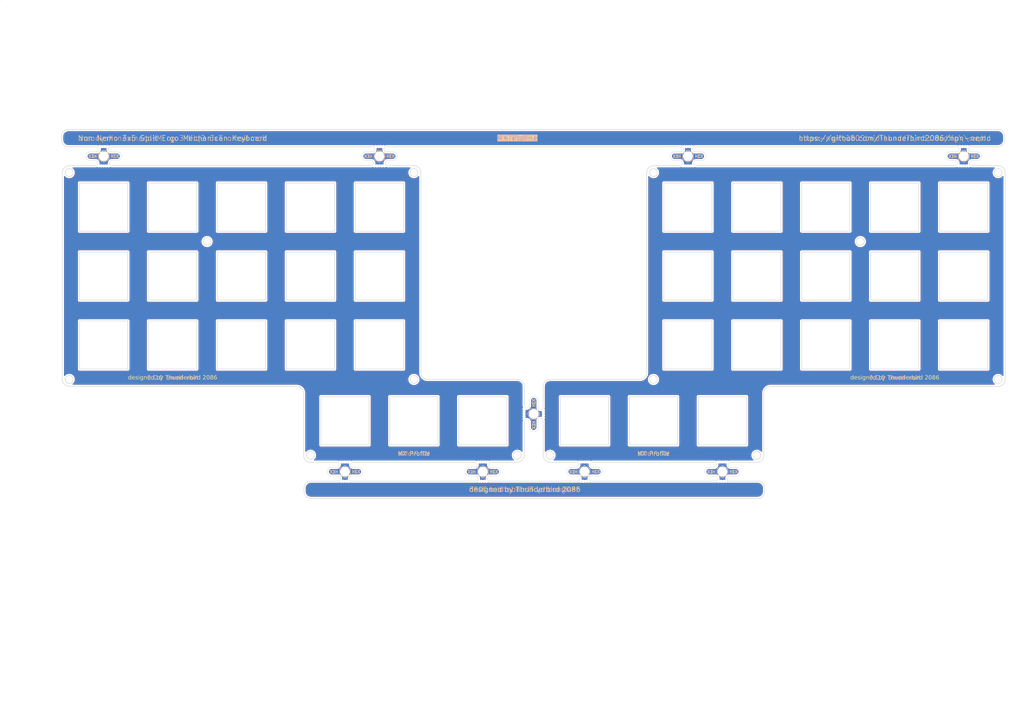
<source format=kicad_pcb>
(kicad_pcb (version 20240108) (generator "pcbnew") (generator_version "8.0")
  (title_block (title "Non Nemo MX Profile Tpo") (date "2025-04-06") (rev "0.2.0") (company "Allen Choi"))
  (layers (0 "F.Cu" signal) (31 "B.Cu" signal) (34 "B.Paste" user) (35 "F.Paste" user) (36 "B.SilkS" user "B.Silkscreen") (37 "F.SilkS" user "F.Silkscreen") (38 "B.Mask" user) (39 "F.Mask" user) (44 "Edge.Cuts" user))
  (net 0 "")
  (net 1 "GND")
  (footprint "mousebites_5p5mm_easysnap" (layer "F.Cu") (at 30 42.5 90)
    (property "Reference" "X6" (hide yes))
    (property "Value" "5.5mm" (hide yes))
    (fp_line (start -4 -3.9) (end -4 -2.4) (stroke (width 0.1)) (layer "Edge.Cuts"))
    (fp_line (start -1.5 -2.03) (end -1.5 -3.9) (stroke (width 0.1)) (layer "Edge.Cuts"))
    (fp_line (start -4 2.4) (end -4 3.9) (stroke (width 0.1)) (layer "Edge.Cuts"))
    (fp_line (start -1.5 3.9) (end -1.5 2.03) (stroke (width 0.1)) (layer "Edge.Cuts"))
    (fp_arc (start -4 -3.9) (mid -2.75 -5.15) (end -1.5 -3.9) (stroke (width 0.1)) (layer "Edge.Cuts"))
    (fp_arc (start -4 -2.4) (mid -4.75 -1.65) (end -5.5 -2.4) (stroke (width 0.1)) (layer "Edge.Cuts"))
    (fp_arc (start 0 -2.03) (mid -0.75 -1.28) (end -1.5 -2.03) (stroke (width 0.1)) (layer "Edge.Cuts"))
    (fp_arc (start -1.5 2.03) (mid -0.75 1.28) (end 0 2.03) (stroke (width 0.1)) (layer "Edge.Cuts"))
    (fp_arc (start -5.5 2.4) (mid -4.75 1.65) (end -4 2.4) (stroke (width 0.1)) (layer "Edge.Cuts"))
    (fp_arc (start -1.5 3.9) (mid -2.75 5.15) (end -4 3.9) (stroke (width 0.1)) (layer "Edge.Cuts"))
    (fp_text user "HEX" (at -2.75 -3.2 0) (layer "B.SilkS") (effects (font (size 0.8 0.8)) (justify mirror)))
    (fp_text user "HEX" (at -2.75 3.2 180) (layer "B.SilkS") (effects (font (size 0.8 0.8)) (justify mirror)))
    (fp_text user "HEX" (at -2.75 3.2 0) (layer "F.SilkS") (effects (font (size 0.8 0.8))))
    (fp_text user "HEX" (at -2.75 -3.2 180) (layer "F.SilkS") (effects (font (size 0.8 0.8))))
    (pad "" np_thru_hole circle (at -5.55 -1.48 270) (size 0.5 0.5) (drill 0.5) (layers "F&B.Cu" "*.Mask"))
    (pad "" np_thru_hole circle (at -5.55 -0.74 270) (size 0.5 0.5) (drill 0.5) (layers "F&B.Cu" "*.Mask"))
    (pad "" np_thru_hole circle (at -5.55 0 270) (size 0.5 0.5) (drill 0.5) (layers "F&B.Cu" "*.Mask"))
    (pad "" np_thru_hole circle (at -5.55 0.74 270) (size 0.5 0.5) (drill 0.5) (layers "F&B.Cu" "*.Mask"))
    (pad "" np_thru_hole circle (at -5.55 1.48 270) (size 0.5 0.5) (drill 0.5) (layers "F&B.Cu" "*.Mask"))
    (pad "" np_thru_hole circle (at -2.75 0 270) (size 2.4 2.4) (drill 2.4) (layers "F&B.Cu" "*.Mask"))
    (pad "" np_thru_hole circle (at 0.05 -1.11 90) (size 0.5 0.5) (drill 0.5) (layers "F&B.Cu" "*.Mask"))
    (pad "" np_thru_hole circle (at 0.05 -0.37 90) (size 0.5 0.5) (drill 0.5) (layers "F&B.Cu" "*.Mask"))
    (pad "" np_thru_hole circle (at 0.05 0.37 90) (size 0.5 0.5) (drill 0.5) (layers "F&B.Cu" "*.Mask"))
    (pad "" np_thru_hole circle (at 0.05 1.11 90) (size 0.5 0.5) (drill 0.5) (layers "F&B.Cu" "*.Mask"))
  )
  (footprint "mousebites_5p5mm_easysnap" (layer "F.Cu") (at 157.5 120)
    (property "Reference" "X1" (hide yes))
    (property "Value" "5.5mm" (hide yes))
    (fp_line (start -4 -3.9) (end -4 -2.4) (stroke (width 0.1)) (layer "Edge.Cuts"))
    (fp_line (start -4 2.4) (end -4 3.9) (stroke (width 0.1)) (layer "Edge.Cuts"))
    (fp_line (start -1.5 -2.03) (end -1.5 -3.9) (stroke (width 0.1)) (layer "Edge.Cuts"))
    (fp_line (start -1.5 3.9) (end -1.5 2.03) (stroke (width 0.1)) (layer "Edge.Cuts"))
    (fp_arc (start -5.5 2.4) (mid -4.75 1.65) (end -4 2.4) (stroke (width 0.1)) (layer "Edge.Cuts"))
    (fp_arc (start -4 -3.9) (mid -2.75 -5.15) (end -1.5 -3.9) (stroke (width 0.1)) (layer "Edge.Cuts"))
    (fp_arc (start -4 -2.4) (mid -4.75 -1.65) (end -5.5 -2.4) (stroke (width 0.1)) (layer "Edge.Cuts"))
    (fp_arc (start -1.5 2.03) (mid -0.75 1.28) (end 0 2.03) (stroke (width 0.1)) (layer "Edge.Cuts"))
    (fp_arc (start -1.5 3.9) (mid -2.75 5.15) (end -4 3.9) (stroke (width 0.1)) (layer "Edge.Cuts"))
    (fp_arc (start 0 -2.03) (mid -0.75 -1.28) (end -1.5 -2.03) (stroke (width 0.1)) (layer "Edge.Cuts"))
    (fp_text user "HEX" (at -2.75 -3.2 -90) (layer "B.SilkS") (effects (font (size 0.8 0.8)) (justify mirror)))
    (fp_text user "HEX" (at -2.75 3.2 90) (layer "B.SilkS") (effects (font (size 0.8 0.8)) (justify mirror)))
    (fp_text user "HEX" (at -2.75 -3.2 90) (layer "F.SilkS") (effects (font (size 0.8 0.8))))
    (fp_text user "HEX" (at -2.75 3.2 -90) (layer "F.SilkS") (effects (font (size 0.8 0.8))))
    (pad "" np_thru_hole circle (at -5.55 -1.48 180) (size 0.5 0.5) (drill 0.5) (layers "F&B.Cu" "*.Mask"))
    (pad "" np_thru_hole circle (at -5.55 -0.74 180) (size 0.5 0.5) (drill 0.5) (layers "F&B.Cu" "*.Mask"))
    (pad "" np_thru_hole circle (at -5.55 0 180) (size 0.5 0.5) (drill 0.5) (layers "F&B.Cu" "*.Mask"))
    (pad "" np_thru_hole circle (at -5.55 0.74 180) (size 0.5 0.5) (drill 0.5) (layers "F&B.Cu" "*.Mask"))
    (pad "" np_thru_hole circle (at -5.55 1.48 180) (size 0.5 0.5) (drill 0.5) (layers "F&B.Cu" "*.Mask"))
    (pad "" np_thru_hole circle (at -2.75 0 180) (size 2.4 2.4) (drill 2.4) (layers "F&B.Cu" "*.Mask"))
    (pad "" np_thru_hole circle (at 0.05 -1.11) (size 0.5 0.5) (drill 0.5) (layers "F&B.Cu" "*.Mask"))
    (pad "" np_thru_hole circle (at 0.05 -0.37) (size 0.5 0.5) (drill 0.5) (layers "F&B.Cu" "*.Mask"))
    (pad "" np_thru_hole circle (at 0.05 0.37) (size 0.5 0.5) (drill 0.5) (layers "F&B.Cu" "*.Mask"))
    (pad "" np_thru_hole circle (at 0.05 1.11) (size 0.5 0.5) (drill 0.5) (layers "F&B.Cu" "*.Mask"))
  )
  (footprint "mousebites_5p5mm_easysnap" (layer "F.Cu") (at 199.5 42.5 90)
    (property "Reference" "X9" (hide yes))
    (property "Value" "5.5mm" (hide yes))
    (fp_line (start -4 -3.9) (end -4 -2.4) (stroke (width 0.1)) (layer "Edge.Cuts"))
    (fp_line (start -1.5 -2.03) (end -1.5 -3.9) (stroke (width 0.1)) (layer "Edge.Cuts"))
    (fp_line (start -4 2.4) (end -4 3.9) (stroke (width 0.1)) (layer "Edge.Cuts"))
    (fp_line (start -1.5 3.9) (end -1.5 2.03) (stroke (width 0.1)) (layer "Edge.Cuts"))
    (fp_arc (start -4 -3.9) (mid -2.75 -5.15) (end -1.5 -3.9) (stroke (width 0.1)) (layer "Edge.Cuts"))
    (fp_arc (start -4 -2.4) (mid -4.75 -1.65) (end -5.5 -2.4) (stroke (width 0.1)) (layer "Edge.Cuts"))
    (fp_arc (start 0 -2.03) (mid -0.75 -1.28) (end -1.5 -2.03) (stroke (width 0.1)) (layer "Edge.Cuts"))
    (fp_arc (start -1.5 2.03) (mid -0.75 1.28) (end 0 2.03) (stroke (width 0.1)) (layer "Edge.Cuts"))
    (fp_arc (start -5.5 2.4) (mid -4.75 1.65) (end -4 2.4) (stroke (width 0.1)) (layer "Edge.Cuts"))
    (fp_arc (start -1.5 3.9) (mid -2.75 5.15) (end -4 3.9) (stroke (width 0.1)) (layer "Edge.Cuts"))
    (fp_text user "HEX" (at -2.75 -3.2 0) (layer "B.SilkS") (effects (font (size 0.8 0.8)) (justify mirror)))
    (fp_text user "HEX" (at -2.75 3.2 180) (layer "B.SilkS") (effects (font (size 0.8 0.8)) (justify mirror)))
    (fp_text user "HEX" (at -2.75 3.2 0) (layer "F.SilkS") (effects (font (size 0.8 0.8))))
    (fp_text user "HEX" (at -2.75 -3.2 180) (layer "F.SilkS") (effects (font (size 0.8 0.8))))
    (pad "" np_thru_hole circle (at -5.55 -1.48 270) (size 0.5 0.5) (drill 0.5) (layers "F&B.Cu" "*.Mask"))
    (pad "" np_thru_hole circle (at -5.55 -0.74 270) (size 0.5 0.5) (drill 0.5) (layers "F&B.Cu" "*.Mask"))
    (pad "" np_thru_hole circle (at -5.55 0 270) (size 0.5 0.5) (drill 0.5) (layers "F&B.Cu" "*.Mask"))
    (pad "" np_thru_hole circle (at -5.55 0.74 270) (size 0.5 0.5) (drill 0.5) (layers "F&B.Cu" "*.Mask"))
    (pad "" np_thru_hole circle (at -5.55 1.48 270) (size 0.5 0.5) (drill 0.5) (layers "F&B.Cu" "*.Mask"))
    (pad "" np_thru_hole circle (at -2.75 0 270) (size 2.4 2.4) (drill 2.4) (layers "F&B.Cu" "*.Mask"))
    (pad "" np_thru_hole circle (at 0.05 -1.11 90) (size 0.5 0.5) (drill 0.5) (layers "F&B.Cu" "*.Mask"))
    (pad "" np_thru_hole circle (at 0.05 -0.37 90) (size 0.5 0.5) (drill 0.5) (layers "F&B.Cu" "*.Mask"))
    (pad "" np_thru_hole circle (at 0.05 0.37 90) (size 0.5 0.5) (drill 0.5) (layers "F&B.Cu" "*.Mask"))
    (pad "" np_thru_hole circle (at 0.05 1.11 90) (size 0.5 0.5) (drill 0.5) (layers "F&B.Cu" "*.Mask"))
  )
  (footprint "mousebites_5p5mm_easysnap" (layer "F.Cu") (at 279.5 42.5 90)
    (property "Reference" "X8" (hide yes))
    (property "Value" "5.5mm" (hide yes))
    (fp_line (start -4 -3.9) (end -4 -2.4) (stroke (width 0.1)) (layer "Edge.Cuts"))
    (fp_line (start -1.5 -2.03) (end -1.5 -3.9) (stroke (width 0.1)) (layer "Edge.Cuts"))
    (fp_line (start -4 2.4) (end -4 3.9) (stroke (width 0.1)) (layer "Edge.Cuts"))
    (fp_line (start -1.5 3.9) (end -1.5 2.03) (stroke (width 0.1)) (layer "Edge.Cuts"))
    (fp_arc (start -4 -3.9) (mid -2.75 -5.15) (end -1.5 -3.9) (stroke (width 0.1)) (layer "Edge.Cuts"))
    (fp_arc (start -4 -2.4) (mid -4.75 -1.65) (end -5.5 -2.4) (stroke (width 0.1)) (layer "Edge.Cuts"))
    (fp_arc (start 0 -2.03) (mid -0.75 -1.28) (end -1.5 -2.03) (stroke (width 0.1)) (layer "Edge.Cuts"))
    (fp_arc (start -1.5 2.03) (mid -0.75 1.28) (end 0 2.03) (stroke (width 0.1)) (layer "Edge.Cuts"))
    (fp_arc (start -5.5 2.4) (mid -4.75 1.65) (end -4 2.4) (stroke (width 0.1)) (layer "Edge.Cuts"))
    (fp_arc (start -1.5 3.9) (mid -2.75 5.15) (end -4 3.9) (stroke (width 0.1)) (layer "Edge.Cuts"))
    (fp_text user "HEX" (at -2.75 -3.2 0) (layer "B.SilkS") (effects (font (size 0.8 0.8)) (justify mirror)))
    (fp_text user "HEX" (at -2.75 3.2 180) (layer "B.SilkS") (effects (font (size 0.8 0.8)) (justify mirror)))
    (fp_text user "HEX" (at -2.75 3.2 0) (layer "F.SilkS") (effects (font (size 0.8 0.8))))
    (fp_text user "HEX" (at -2.75 -3.2 180) (layer "F.SilkS") (effects (font (size 0.8 0.8))))
    (pad "" np_thru_hole circle (at -5.55 -1.48 270) (size 0.5 0.5) (drill 0.5) (layers "F&B.Cu" "*.Mask"))
    (pad "" np_thru_hole circle (at -5.55 -0.74 270) (size 0.5 0.5) (drill 0.5) (layers "F&B.Cu" "*.Mask"))
    (pad "" np_thru_hole circle (at -5.55 0 270) (size 0.5 0.5) (drill 0.5) (layers "F&B.Cu" "*.Mask"))
    (pad "" np_thru_hole circle (at -5.55 0.74 270) (size 0.5 0.5) (drill 0.5) (layers "F&B.Cu" "*.Mask"))
    (pad "" np_thru_hole circle (at -5.55 1.48 270) (size 0.5 0.5) (drill 0.5) (layers "F&B.Cu" "*.Mask"))
    (pad "" np_thru_hole circle (at -2.75 0 270) (size 2.4 2.4) (drill 2.4) (layers "F&B.Cu" "*.Mask"))
    (pad "" np_thru_hole circle (at 0.05 -1.11 90) (size 0.5 0.5) (drill 0.5) (layers "F&B.Cu" "*.Mask"))
    (pad "" np_thru_hole circle (at 0.05 -0.37 90) (size 0.5 0.5) (drill 0.5) (layers "F&B.Cu" "*.Mask"))
    (pad "" np_thru_hole circle (at 0.05 0.37 90) (size 0.5 0.5) (drill 0.5) (layers "F&B.Cu" "*.Mask"))
    (pad "" np_thru_hole circle (at 0.05 1.11 90) (size 0.5 0.5) (drill 0.5) (layers "F&B.Cu" "*.Mask"))
  )
  (footprint "mousebites_5p5mm_easysnap" (layer "F.Cu") (at 209.5 139.5 -90)
    (property "Reference" "X4" (hide yes))
    (property "Value" "5.5mm" (hide yes))
    (fp_line (start -1.5 3.9) (end -1.5 2.03) (stroke (width 0.1)) (layer "Edge.Cuts"))
    (fp_line (start -4 2.4) (end -4 3.9) (stroke (width 0.1)) (layer "Edge.Cuts"))
    (fp_line (start -1.5 -2.03) (end -1.5 -3.9) (stroke (width 0.1)) (layer "Edge.Cuts"))
    (fp_line (start -4 -3.9) (end -4 -2.4) (stroke (width 0.1)) (layer "Edge.Cuts"))
    (fp_arc (start -1.5 3.9) (mid -2.75 5.15) (end -4 3.9) (stroke (width 0.1)) (layer "Edge.Cuts"))
    (fp_arc (start -5.5 2.4) (mid -4.75 1.65) (end -4 2.4) (stroke (width 0.1)) (layer "Edge.Cuts"))
    (fp_arc (start -1.5 2.03) (mid -0.75 1.28) (end 0 2.03) (stroke (width 0.1)) (layer "Edge.Cuts"))
    (fp_arc (start 0 -2.03) (mid -0.75 -1.28) (end -1.5 -2.03) (stroke (width 0.1)) (layer "Edge.Cuts"))
    (fp_arc (start -4 -2.4) (mid -4.75 -1.65) (end -5.5 -2.4) (stroke (width 0.1)) (layer "Edge.Cuts"))
    (fp_arc (start -4 -3.9) (mid -2.75 -5.15) (end -1.5 -3.9) (stroke (width 0.1)) (layer "Edge.Cuts"))
    (fp_text user "HEX" (at -2.75 -3.2 180) (layer "B.SilkS") (effects (font (size 0.8 0.8)) (justify mirror)))
    (fp_text user "HEX" (at -2.75 3.2 0) (layer "B.SilkS") (effects (font (size 0.8 0.8)) (justify mirror)))
    (fp_text user "HEX" (at -2.75 -3.2 0) (layer "F.SilkS") (effects (font (size 0.8 0.8))))
    (fp_text user "HEX" (at -2.75 3.2 180) (layer "F.SilkS") (effects (font (size 0.8 0.8))))
    (pad "" np_thru_hole circle (at -5.55 -1.48 90) (size 0.5 0.5) (drill 0.5) (layers "F&B.Cu" "*.Mask"))
    (pad "" np_thru_hole circle (at -5.55 -0.74 90) (size 0.5 0.5) (drill 0.5) (layers "F&B.Cu" "*.Mask"))
    (pad "" np_thru_hole circle (at -5.55 0 90) (size 0.5 0.5) (drill 0.5) (layers "F&B.Cu" "*.Mask"))
    (pad "" np_thru_hole circle (at -5.55 0.74 90) (size 0.5 0.5) (drill 0.5) (layers "F&B.Cu" "*.Mask"))
    (pad "" np_thru_hole circle (at -5.55 1.48 90) (size 0.5 0.5) (drill 0.5) (layers "F&B.Cu" "*.Mask"))
    (pad "" np_thru_hole circle (at -2.75 0 90) (size 2.4 2.4) (drill 2.4) (layers "F&B.Cu" "*.Mask"))
    (pad "" np_thru_hole circle (at 0.05 -1.11 270) (size 0.5 0.5) (drill 0.5) (layers "F&B.Cu" "*.Mask"))
    (pad "" np_thru_hole circle (at 0.05 -0.37 270) (size 0.5 0.5) (drill 0.5) (layers "F&B.Cu" "*.Mask"))
    (pad "" np_thru_hole circle (at 0.05 0.37 270) (size 0.5 0.5) (drill 0.5) (layers "F&B.Cu" "*.Mask"))
    (pad "" np_thru_hole circle (at 0.05 1.11 270) (size 0.5 0.5) (drill 0.5) (layers "F&B.Cu" "*.Mask"))
  )
  (footprint "mousebites_5p5mm_easysnap" (layer "F.Cu") (at 140 139.5 -90)
    (property "Reference" "X3" (hide yes))
    (property "Value" "5.5mm" (hide yes))
    (fp_line (start -1.5 3.9) (end -1.5 2.03) (stroke (width 0.1)) (layer "Edge.Cuts"))
    (fp_line (start -4 2.4) (end -4 3.9) (stroke (width 0.1)) (layer "Edge.Cuts"))
    (fp_line (start -1.5 -2.03) (end -1.5 -3.9) (stroke (width 0.1)) (layer "Edge.Cuts"))
    (fp_line (start -4 -3.9) (end -4 -2.4) (stroke (width 0.1)) (layer "Edge.Cuts"))
    (fp_arc (start -1.5 3.9) (mid -2.75 5.15) (end -4 3.9) (stroke (width 0.1)) (layer "Edge.Cuts"))
    (fp_arc (start -5.5 2.4) (mid -4.75 1.65) (end -4 2.4) (stroke (width 0.1)) (layer "Edge.Cuts"))
    (fp_arc (start -1.5 2.03) (mid -0.75 1.28) (end 0 2.03) (stroke (width 0.1)) (layer "Edge.Cuts"))
    (fp_arc (start 0 -2.03) (mid -0.75 -1.28) (end -1.5 -2.03) (stroke (width 0.1)) (layer "Edge.Cuts"))
    (fp_arc (start -4 -2.4) (mid -4.75 -1.65) (end -5.5 -2.4) (stroke (width 0.1)) (layer "Edge.Cuts"))
    (fp_arc (start -4 -3.9) (mid -2.75 -5.15) (end -1.5 -3.9) (stroke (width 0.1)) (layer "Edge.Cuts"))
    (fp_text user "HEX" (at -2.75 3.2 0) (layer "B.SilkS") (effects (font (size 0.8 0.8)) (justify mirror)))
    (fp_text user "HEX" (at -2.75 -3.2 180) (layer "B.SilkS") (effects (font (size 0.8 0.8)) (justify mirror)))
    (fp_text user "HEX" (at -2.75 3.2 180) (layer "F.SilkS") (effects (font (size 0.8 0.8))))
    (fp_text user "HEX" (at -2.75 -3.2 0) (layer "F.SilkS") (effects (font (size 0.8 0.8))))
    (pad "" np_thru_hole circle (at -5.55 -1.48 90) (size 0.5 0.5) (drill 0.5) (layers "F&B.Cu" "*.Mask"))
    (pad "" np_thru_hole circle (at -5.55 -0.74 90) (size 0.5 0.5) (drill 0.5) (layers "F&B.Cu" "*.Mask"))
    (pad "" np_thru_hole circle (at -5.55 0 90) (size 0.5 0.5) (drill 0.5) (layers "F&B.Cu" "*.Mask"))
    (pad "" np_thru_hole circle (at -5.55 0.74 90) (size 0.5 0.5) (drill 0.5) (layers "F&B.Cu" "*.Mask"))
    (pad "" np_thru_hole circle (at -5.55 1.48 90) (size 0.5 0.5) (drill 0.5) (layers "F&B.Cu" "*.Mask"))
    (pad "" np_thru_hole circle (at -2.75 0 90) (size 2.4 2.4) (drill 2.4) (layers "F&B.Cu" "*.Mask"))
    (pad "" np_thru_hole circle (at 0.05 -1.11 270) (size 0.5 0.5) (drill 0.5) (layers "F&B.Cu" "*.Mask"))
    (pad "" np_thru_hole circle (at 0.05 -0.37 270) (size 0.5 0.5) (drill 0.5) (layers "F&B.Cu" "*.Mask"))
    (pad "" np_thru_hole circle (at 0.05 0.37 270) (size 0.5 0.5) (drill 0.5) (layers "F&B.Cu" "*.Mask"))
    (pad "" np_thru_hole circle (at 0.05 1.11 270) (size 0.5 0.5) (drill 0.5) (layers "F&B.Cu" "*.Mask"))
  )
  (footprint "mousebites_5p5mm_easysnap" (layer "F.Cu") (at 110 42.5 90)
    (property "Reference" "X7" (hide yes))
    (property "Value" "5.5mm" (hide yes))
    (fp_line (start -4 -3.9) (end -4 -2.4) (stroke (width 0.1)) (layer "Edge.Cuts"))
    (fp_line (start -1.5 -2.03) (end -1.5 -3.9) (stroke (width 0.1)) (layer "Edge.Cuts"))
    (fp_line (start -4 2.4) (end -4 3.9) (stroke (width 0.1)) (layer "Edge.Cuts"))
    (fp_line (start -1.5 3.9) (end -1.5 2.03) (stroke (width 0.1)) (layer "Edge.Cuts"))
    (fp_arc (start -4 -3.9) (mid -2.75 -5.15) (end -1.5 -3.9) (stroke (width 0.1)) (layer "Edge.Cuts"))
    (fp_arc (start -4 -2.4) (mid -4.75 -1.65) (end -5.5 -2.4) (stroke (width 0.1)) (layer "Edge.Cuts"))
    (fp_arc (start 0 -2.03) (mid -0.75 -1.28) (end -1.5 -2.03) (stroke (width 0.1)) (layer "Edge.Cuts"))
    (fp_arc (start -1.5 2.03) (mid -0.75 1.28) (end 0 2.03) (stroke (width 0.1)) (layer "Edge.Cuts"))
    (fp_arc (start -5.5 2.4) (mid -4.75 1.65) (end -4 2.4) (stroke (width 0.1)) (layer "Edge.Cuts"))
    (fp_arc (start -1.5 3.9) (mid -2.75 5.15) (end -4 3.9) (stroke (width 0.1)) (layer "Edge.Cuts"))
    (fp_text user "HEX" (at -2.75 3.2 180) (layer "B.SilkS") (effects (font (size 0.8 0.8)) (justify mirror)))
    (fp_text user "HEX" (at -2.75 -3.2 0) (layer "B.SilkS") (effects (font (size 0.8 0.8)) (justify mirror)))
    (fp_text user "HEX" (at -2.75 3.2 0) (layer "F.SilkS") (effects (font (size 0.8 0.8))))
    (fp_text user "HEX" (at -2.75 -3.2 180) (layer "F.SilkS") (effects (font (size 0.8 0.8))))
    (pad "" np_thru_hole circle (at -5.55 -1.48 270) (size 0.5 0.5) (drill 0.5) (layers "F&B.Cu" "*.Mask"))
    (pad "" np_thru_hole circle (at -5.55 -0.74 270) (size 0.5 0.5) (drill 0.5) (layers "F&B.Cu" "*.Mask"))
    (pad "" np_thru_hole circle (at -5.55 0 270) (size 0.5 0.5) (drill 0.5) (layers "F&B.Cu" "*.Mask"))
    (pad "" np_thru_hole circle (at -5.55 0.74 270) (size 0.5 0.5) (drill 0.5) (layers "F&B.Cu" "*.Mask"))
    (pad "" np_thru_hole circle (at -5.55 1.48 270) (size 0.5 0.5) (drill 0.5) (layers "F&B.Cu" "*.Mask"))
    (pad "" np_thru_hole circle (at -2.75 0 270) (size 2.4 2.4) (drill 2.4) (layers "F&B.Cu" "*.Mask"))
    (pad "" np_thru_hole circle (at 0.05 -1.11 90) (size 0.5 0.5) (drill 0.5) (layers "F&B.Cu" "*.Mask"))
    (pad "" np_thru_hole circle (at 0.05 -0.37 90) (size 0.5 0.5) (drill 0.5) (layers "F&B.Cu" "*.Mask"))
    (pad "" np_thru_hole circle (at 0.05 0.37 90) (size 0.5 0.5) (drill 0.5) (layers "F&B.Cu" "*.Mask"))
    (pad "" np_thru_hole circle (at 0.05 1.11 90) (size 0.5 0.5) (drill 0.5) (layers "F&B.Cu" "*.Mask"))
  )
  (footprint "mousebites_5p5mm_easysnap" (layer "F.Cu") (at 100 139.5 -90)
    (property "Reference" "X2" (hide yes))
    (property "Value" "5.5mm" (hide yes))
    (fp_line (start -1.5 3.9) (end -1.5 2.03) (stroke (width 0.1)) (layer "Edge.Cuts"))
    (fp_line (start -4 2.4) (end -4 3.9) (stroke (width 0.1)) (layer "Edge.Cuts"))
    (fp_line (start -1.5 -2.03) (end -1.5 -3.9) (stroke (width 0.1)) (layer "Edge.Cuts"))
    (fp_line (start -4 -3.9) (end -4 -2.4) (stroke (width 0.1)) (layer "Edge.Cuts"))
    (fp_arc (start -1.5 3.9) (mid -2.75 5.15) (end -4 3.9) (stroke (width 0.1)) (layer "Edge.Cuts"))
    (fp_arc (start -5.5 2.4) (mid -4.75 1.65) (end -4 2.4) (stroke (width 0.1)) (layer "Edge.Cuts"))
    (fp_arc (start -1.5 2.03) (mid -0.75 1.28) (end 0 2.03) (stroke (width 0.1)) (layer "Edge.Cuts"))
    (fp_arc (start 0 -2.03) (mid -0.75 -1.28) (end -1.5 -2.03) (stroke (width 0.1)) (layer "Edge.Cuts"))
    (fp_arc (start -4 -2.4) (mid -4.75 -1.65) (end -5.5 -2.4) (stroke (width 0.1)) (layer "Edge.Cuts"))
    (fp_arc (start -4 -3.9) (mid -2.75 -5.15) (end -1.5 -3.9) (stroke (width 0.1)) (layer "Edge.Cuts"))
    (fp_text user "HEX" (at -2.75 -3.2 180) (layer "B.SilkS") (effects (font (size 0.8 0.8)) (justify mirror)))
    (fp_text user "HEX" (at -2.75 3.2 0) (layer "B.SilkS") (effects (font (size 0.8 0.8)) (justify mirror)))
    (fp_text user "HEX" (at -2.75 3.2 180) (layer "F.SilkS") (effects (font (size 0.8 0.8))))
    (fp_text user "HEX" (at -2.75 -3.2 0) (layer "F.SilkS") (effects (font (size 0.8 0.8))))
    (pad "" np_thru_hole circle (at -5.55 -1.48 90) (size 0.5 0.5) (drill 0.5) (layers "F&B.Cu" "*.Mask"))
    (pad "" np_thru_hole circle (at -5.55 -0.74 90) (size 0.5 0.5) (drill 0.5) (layers "F&B.Cu" "*.Mask"))
    (pad "" np_thru_hole circle (at -5.55 0 90) (size 0.5 0.5) (drill 0.5) (layers "F&B.Cu" "*.Mask"))
    (pad "" np_thru_hole circle (at -5.55 0.74 90) (size 0.5 0.5) (drill 0.5) (layers "F&B.Cu" "*.Mask"))
    (pad "" np_thru_hole circle (at -5.55 1.48 90) (size 0.5 0.5) (drill 0.5) (layers "F&B.Cu" "*.Mask"))
    (pad "" np_thru_hole circle (at -2.75 0 90) (size 2.4 2.4) (drill 2.4) (layers "F&B.Cu" "*.Mask"))
    (pad "" np_thru_hole circle (at 0.05 -1.11 270) (size 0.5 0.5) (drill 0.5) (layers "F&B.Cu" "*.Mask"))
    (pad "" np_thru_hole circle (at 0.05 -0.37 270) (size 0.5 0.5) (drill 0.5) (layers "F&B.Cu" "*.Mask"))
    (pad "" np_thru_hole circle (at 0.05 0.37 270) (size 0.5 0.5) (drill 0.5) (layers "F&B.Cu" "*.Mask"))
    (pad "" np_thru_hole circle (at 0.05 1.11 270) (size 0.5 0.5) (drill 0.5) (layers "F&B.Cu" "*.Mask"))
  )
  (footprint "mousebites_5p5mm_easysnap" (layer "F.Cu") (at 169.5 139.5 -90)
    (property "Reference" "X5" (hide yes))
    (property "Value" "5.5mm" (hide yes))
    (fp_line (start -1.5 3.9) (end -1.5 2.03) (stroke (width 0.1)) (layer "Edge.Cuts"))
    (fp_line (start -4 2.4) (end -4 3.9) (stroke (width 0.1)) (layer "Edge.Cuts"))
    (fp_line (start -1.5 -2.03) (end -1.5 -3.9) (stroke (width 0.1)) (layer "Edge.Cuts"))
    (fp_line (start -4 -3.9) (end -4 -2.4) (stroke (width 0.1)) (layer "Edge.Cuts"))
    (fp_arc (start -1.5 3.9) (mid -2.75 5.15) (end -4 3.9) (stroke (width 0.1)) (layer "Edge.Cuts"))
    (fp_arc (start -5.5 2.4) (mid -4.75 1.65) (end -4 2.4) (stroke (width 0.1)) (layer "Edge.Cuts"))
    (fp_arc (start -1.5 2.03) (mid -0.75 1.28) (end 0 2.03) (stroke (width 0.1)) (layer "Edge.Cuts"))
    (fp_arc (start 0 -2.03) (mid -0.75 -1.28) (end -1.5 -2.03) (stroke (width 0.1)) (layer "Edge.Cuts"))
    (fp_arc (start -4 -2.4) (mid -4.75 -1.65) (end -5.5 -2.4) (stroke (width 0.1)) (layer "Edge.Cuts"))
    (fp_arc (start -4 -3.9) (mid -2.75 -5.15) (end -1.5 -3.9) (stroke (width 0.1)) (layer "Edge.Cuts"))
    (fp_text user "HEX" (at -2.75 3.2 0) (layer "B.SilkS") (effects (font (size 0.8 0.8)) (justify mirror)))
    (fp_text user "HEX" (at -2.75 -3.2 180) (layer "B.SilkS") (effects (font (size 0.8 0.8)) (justify mirror)))
    (fp_text user "HEX" (at -2.75 3.2 180) (layer "F.SilkS") (effects (font (size 0.8 0.8))))
    (fp_text user "HEX" (at -2.75 -3.2 0) (layer "F.SilkS") (effects (font (size 0.8 0.8))))
    (pad "" np_thru_hole circle (at -5.55 -1.48 90) (size 0.5 0.5) (drill 0.5) (layers "F&B.Cu" "*.Mask"))
    (pad "" np_thru_hole circle (at -5.55 -0.74 90) (size 0.5 0.5) (drill 0.5) (layers "F&B.Cu" "*.Mask"))
    (pad "" np_thru_hole circle (at -5.55 0 90) (size 0.5 0.5) (drill 0.5) (layers "F&B.Cu" "*.Mask"))
    (pad "" np_thru_hole circle (at -5.55 0.74 90) (size 0.5 0.5) (drill 0.5) (layers "F&B.Cu" "*.Mask"))
    (pad "" np_thru_hole circle (at -5.55 1.48 90) (size 0.5 0.5) (drill 0.5) (layers "F&B.Cu" "*.Mask"))
    (pad "" np_thru_hole circle (at -2.75 0 90) (size 2.4 2.4) (drill 2.4) (layers "F&B.Cu" "*.Mask"))
    (pad "" np_thru_hole circle (at 0.05 -1.11 270) (size 0.5 0.5) (drill 0.5) (layers "F&B.Cu" "*.Mask"))
    (pad "" np_thru_hole circle (at 0.05 -0.37 270) (size 0.5 0.5) (drill 0.5) (layers "F&B.Cu" "*.Mask"))
    (pad "" np_thru_hole circle (at 0.05 0.37 270) (size 0.5 0.5) (drill 0.5) (layers "F&B.Cu" "*.Mask"))
    (pad "" np_thru_hole circle (at 0.05 1.11 270) (size 0.5 0.5) (drill 0.5) (layers "F&B.Cu" "*.Mask"))
  )
  (gr_line (start 176.5 115) (end 162.5 115) (stroke (width 0.15)) (layer "Edge.Cuts"))
  (gr_line (start 88 114) (end 88 132) (stroke (width 0.15)) (layer "Edge.Cuts"))
  (gr_line (start 192.5 107) (end 206.5 107) (stroke (width 0.15)) (layer "Edge.Cuts"))
  (gr_line (start 57 93) (end 43 93) (stroke (width 0.15)) (layer "Edge.Cuts"))
  (gr_line (start 63 93) (end 63 107) (stroke (width 0.15)) (layer "Edge.Cuts"))
  (gr_line (start 212.5 53) (end 212.5 67) (stroke (width 0.15)) (layer "Edge.Cuts"))
  (gr_line (start 206.5 87) (end 206.5 73) (stroke (width 0.15)) (layer "Edge.Cuts"))
  (gr_line (start 157.5 112) (end 157.5 117.97) (stroke (width 0.15)) (layer "Edge.Cuts"))
  (gr_line (start 221.5 132) (end 221.5 114) (stroke (width 0.15)) (layer "Edge.Cuts"))
  (gr_line (start 207.1 134) (end 171.9 134) (stroke (width 0.15)) (layer "Edge.Cuts"))
  (gr_line (start 232.5 93) (end 232.5 107) (stroke (width 0.15)) (layer "Edge.Cuts"))
  (gr_line (start 103 53) (end 103 67) (stroke (width 0.15)) (layer "Edge.Cuts"))
  (gr_line (start 252.5 93) (end 252.5 107) (stroke (width 0.15)) (layer "Edge.Cuts"))
  (gr_circle (center 120 50) (end 121.15 50) (stroke (width 0.15)) (fill none) (layer "Edge.Cuts"))
  (gr_line (start 57 67) (end 57 53) (stroke (width 0.15)) (layer "Edge.Cuts"))
  (gr_line (start 23 53) (end 23 67) (stroke (width 0.15)) (layer "Edge.Cuts"))
  (gr_line (start 0 0) (end 0 0) (stroke (width 0.15)) (layer "Edge.Cuts"))
  (gr_line (start 212.5 67) (end 226.5 67) (stroke (width 0.15)) (layer "Edge.Cuts"))
  (gr_line (start 83 107) (end 97 107) (stroke (width 0.15)) (layer "Edge.Cuts"))
  (gr_line (start 63 87) (end 77 87) (stroke (width 0.15)) (layer "Edge.Cuts"))
  (gr_line (start 127 129) (end 127 115) (stroke (width 0.15)) (layer "Edge.Cuts"))
  (gr_circle (center 289.5 110) (end 290.65 110) (stroke (width 0.15)) (fill none) (layer "Edge.Cuts"))
  (gr_line (start 63 67) (end 77 67) (stroke (width 0.15)) (layer "Edge.Cuts"))
  (gr_line (start 90.133 139.5) (end 97.97 139.5) (stroke (width 0.15)) (layer "Edge.Cuts"))
  (gr_line (start 216.5 129) (end 216.5 115) (stroke (width 0.15)) (layer "Edge.Cuts"))
  (gr_line (start 176.5 129) (end 176.5 115) (stroke (width 0.15)) (layer "Edge.Cuts"))
  (gr_circle (center 159.5 132) (end 160.65 132) (stroke (width 0.15)) (fill none) (layer "Edge.Cuts"))
  (gr_line (start 192.5 53) (end 192.5 67) (stroke (width 0.15)) (layer "Edge.Cuts"))
  (gr_line (start 117 53) (end 103 53) (stroke (width 0.15)) (layer "Edge.Cuts"))
  (gr_line (start 252.5 67) (end 266.5 67) (stroke (width 0.15)) (layer "Edge.Cuts"))
  (gr_line (start 103 87) (end 117 87) (stroke (width 0.15)) (layer "Edge.Cuts"))
  (gr_line (start 43 73) (end 43 87) (stroke (width 0.15)) (layer "Edge.Cuts"))
  (gr_circle (center 189.5 110) (end 190.65 110) (stroke (width 0.15)) (fill none) (layer "Edge.Cuts"))
  (gr_arc (start 90.133 144.5) (mid 88.718786 143.914214) (end 88.133 142.5) (stroke (width 0.15)) (layer "Edge.Cuts"))
  (gr_line (start 272.5 87) (end 286.5 87) (stroke (width 0.15)) (layer "Edge.Cuts"))
  (gr_line (start 43 87) (end 57 87) (stroke (width 0.15)) (layer "Edge.Cuts"))
  (gr_line (start 223.5 112) (end 289.5 112) (stroke (width 0.15)) (layer "Edge.Cuts"))
  (gr_line (start 150 134) (end 142.4 134) (stroke (width 0.15)) (layer "Edge.Cuts"))
  (gr_line (start 232.5 53) (end 232.5 67) (stroke (width 0.15)) (layer "Edge.Cuts"))
  (gr_line (start 120 48) (end 112.4 48) (stroke (width 0.15)) (layer "Edge.Cuts"))
  (gr_line (start 182.5 115) (end 182.5 129) (stroke (width 0.15)) (layer "Edge.Cuts"))
  (gr_line (start 196.5 115) (end 182.5 115) (stroke (width 0.15)) (layer "Edge.Cuts"))
  (gr_line (start 232.5 73) (end 232.5 87) (stroke (width 0.15)) (layer "Edge.Cuts"))
  (gr_arc (start 159.5 134) (mid 158.085786 133.414214) (end 157.5 132) (stroke (width 0.15)) (layer "Edge.Cuts"))
  (gr_line (start 93 115) (end 93 129) (stroke (width 0.15)) (layer "Edge.Cuts"))
  (gr_line (start 192.5 73) (end 192.5 87) (stroke (width 0.15)) (layer "Edge.Cuts"))
  (gr_line (start 291.4 40.5) (end 291.4 39.5) (stroke (width 0.15)) (layer "Edge.Cuts"))
  (gr_line (start 197.1 48) (end 189.5 48) (stroke (width 0.15)) (layer "Edge.Cuts"))
  (gr_line (start 226.5 73) (end 212.5 73) (stroke (width 0.15)) (layer "Edge.Cuts"))
  (gr_line (start 246.5 67) (end 246.5 53) (stroke (width 0.15)) (layer "Edge.Cuts"))
  (gr_line (start 219.733 139.5) (end 211.53 139.5) (stroke (width 0.15)) (layer "Edge.Cuts"))
  (gr_line (start 272.5 93) (end 272.5 107) (stroke (width 0.15)) (layer "Edge.Cuts"))
  (gr_arc (start 90 134) (mid 88.585786 133.414214) (end 88 132) (stroke (width 0.15)) (layer "Edge.Cuts"))
  (gr_line (start 206.5 67) (end 206.5 53) (stroke (width 0.15)) (layer "Edge.Cuts"))
  (gr_line (start 43 53) (end 43 67) (stroke (width 0.15)) (layer "Edge.Cuts"))
  (gr_line (start 281.9 48) (end 289.5 48) (stroke (width 0.15)) (layer "Edge.Cuts"))
  (gr_line (start 272.5 53) (end 272.5 67) (stroke (width 0.15)) (layer "Edge.Cuts"))
  (gr_arc (start 289.5 48) (mid 290.914214 48.585786) (end 291.5 50) (stroke (width 0.15)) (layer "Edge.Cuts"))
  (gr_line (start 117 107) (end 117 93) (stroke (width 0.15)) (layer "Edge.Cuts"))
  (gr_arc (start 20 112) (mid 18.585786 111.414214) (end 18 110) (stroke (width 0.15)) (layer "Edge.Cuts"))
  (gr_line (start 286.5 93) (end 272.5 93) (stroke (width 0.15)) (layer "Edge.Cuts"))
  (gr_line (start 103 67) (end 117 67) (stroke (width 0.15)) (layer "Edge.Cuts"))
  (gr_line (start 127 115) (end 113 115) (stroke (width 0.15)) (layer "Edge.Cuts"))
  (gr_line (start 246.5 73) (end 232.5 73) (stroke (width 0.15)) (layer "Edge.Cuts"))
  (gr_arc (start 17.8 39.5) (mid 18.385786 38.085786) (end 19.8 37.5) (stroke (width 0.15)) (layer "Edge.Cuts"))
  (gr_line (start 202.5 129) (end 216.5 129) (stroke (width 0.15)) (layer "Edge.Cuts"))
  (gr_line (start 252.5 73) (end 252.5 87) (stroke (width 0.15)) (layer "Edge.Cuts"))
  (gr_line (start 122 108) (end 122 50) (stroke (width 0.15)) (layer "Edge.Cuts"))
  (gr_line (start 97 107) (end 97 93) (stroke (width 0.15)) (layer "Edge.Cuts"))
  (gr_line (start 226.5 87) (end 226.5 73) (stroke (width 0.15)) (layer "Edge.Cuts"))
  (gr_line (start 133 129) (end 147 129) (stroke (width 0.15)) (layer "Edge.Cuts"))
  (gr_line (start 226.5 53) (end 212.5 53) (stroke (width 0.15)) (layer "Edge.Cuts"))
  (gr_line (start 103 93) (end 103 107) (stroke (width 0.15)) (layer "Edge.Cuts"))
  (gr_arc (start 18 50) (mid 18.585786 48.585786) (end 20 48) (stroke (width 0.15)) (layer "Edge.Cuts"))
  (gr_line (start 212.5 87) (end 226.5 87) (stroke (width 0.15)) (layer "Edge.Cuts"))
  (gr_line (start 133 115) (end 133 129) (stroke (width 0.15)) (layer "Edge.Cuts"))
  (gr_line (start 117 67) (end 117 53) (stroke (width 0.15)) (layer "Edge.Cuts"))
  (gr_circle (center 20 110) (end 21.15 110) (stroke (width 0.15)) (fill none) (layer "Edge.Cuts"))
  (gr_line (start 117 87) (end 117 73) (stroke (width 0.15)) (layer "Edge.Cuts"))
  (gr_line (start 83 93) (end 83 107) (stroke (width 0.15)) (layer "Edge.Cuts"))
  (gr_line (start 32.03 42.5) (end 107.97 42.5) (stroke (width 0.15)) (layer "Edge.Cuts"))
  (gr_line (start 211.9 134) (end 219.5 134) (stroke (width 0.15)) (layer "Edge.Cuts"))
  (gr_line (start 83 87) (end 97 87) (stroke (width 0.15)) (layer "Edge.Cuts"))
  (gr_line (start 226.5 93) (end 212.5 93) (stroke (width 0.15)) (layer "Edge.Cuts"))
  (gr_line (start 277.47 42.5) (end 201.53 42.5) (stroke (width 0.15)) (layer "Edge.Cuts"))
  (gr_line (start 266.5 107) (end 266.5 93) (stroke (width 0.15)) (layer "Edge.Cuts"))
  (gr_line (start 266.5 93) (end 252.5 93) (stroke (width 0.15)) (layer "Edge.Cuts"))
  (gr_line (start 246.5 93) (end 232.5 93) (stroke (width 0.15)) (layer "Edge.Cuts"))
  (gr_line (start 147 115) (end 133 115) (stroke (width 0.15)) (layer "Edge.Cuts"))
  (gr_arc (start 150 110) (mid 151.414214 110.585786) (end 152 112) (stroke (width 0.15)) (layer "Edge.Cuts"))
  (gr_arc (start 157.5 112) (mid 158.085786 110.585786) (end 159.5 110) (stroke (width 0.15)) (layer "Edge.Cuts"))
  (gr_line (start 142.03 139.5) (end 167.47 139.5) (stroke (width 0.15)) (layer "Edge.Cuts"))
  (gr_line (start 266.5 67) (end 266.5 53) (stroke (width 0.15)) (layer "Edge.Cuts"))
  (gr_arc (start 291.4 40.5) (mid 290.814214 41.914214) (end 289.4 42.5) (stroke (width 0.15)) (layer "Edge.Cuts"))
  (gr_line (start 246.5 107) (end 246.5 93) (stroke (width 0.15)) (layer "Edge.Cuts"))
  (gr_line (start 88.133 141.5) (end 88.133 142.5) (stroke (width 0.15)) (layer "Edge.Cuts"))
  (gr_line (start 162.5 115) (end 162.5 129) (stroke (width 0.15)) (layer "Edge.Cuts"))
  (gr_line (start 37 93) (end 23 93) (stroke (width 0.15)) (layer "Edge.Cuts"))
  (gr_line (start 167.1 134) (end 159.5 134) (stroke (width 0.15)) (layer "Edge.Cuts"))
  (gr_line (start 102.4 134) (end 137.6 134) (stroke (width 0.15)) (layer "Edge.Cuts"))
  (gr_line (start 37 53) (end 23 53) (stroke (width 0.15)) (layer "Edge.Cuts"))
  (gr_line (start 43 93) (end 43 107) (stroke (width 0.15)) (layer "Edge.Cuts"))
  (gr_arc (start 221.5 114) (mid 222.085786 112.585786) (end 223.5 112) (stroke (width 0.15)) (layer "Edge.Cuts"))
  (gr_line (start 286.5 87) (end 286.5 73) (stroke (width 0.15)) (layer "Edge.Cuts"))
  (gr_line (start 216.5 115) (end 202.5 115) (stroke (width 0.15)) (layer "Edge.Cuts"))
  (gr_line (start 201.9 48) (end 277.1 48) (stroke (width 0.15)) (layer "Edge.Cuts"))
  (gr_line (start 232.5 107) (end 246.5 107) (stroke (width 0.15)) (layer "Edge.Cuts"))
  (gr_line (start 20 48) (end 27.6 48) (stroke (width 0.15)) (layer "Edge.Cuts"))
  (gr_line (start 102.03 139.5) (end 137.97 139.5) (stroke (width 0.15)) (layer "Edge.Cuts"))
  (gr_line (start 23 73) (end 23 87) (stroke (width 0.15)) (layer "Edge.Cuts"))
  (gr_line (start 266.5 73) (end 252.5 73) (stroke (width 0.15)) (layer "Edge.Cuts"))
  (gr_line (start 0 0) (end 0 0) (stroke (width 0.15)) (layer "Edge.Cuts"))
  (gr_line (start 187.5 108) (end 187.5 50) (stroke (width 0.15)) (layer "Edge.Cuts"))
  (gr_line (start 272.5 67) (end 286.5 67) (stroke (width 0.15)) (layer "Edge.Cuts"))
  (gr_line (start 83 53) (end 83 67) (stroke (width 0.15)) (layer "Edge.Cuts"))
  (gr_line (start 221.733 142.5) (end 221.733 141.5) (stroke (width 0.15)) (layer "Edge.Cuts"))
  (gr_line (start 124 110) (end 150 110) (stroke (width 0.15)) (layer "Edge.Cuts"))
  (gr_line (start 37 87) (end 37 73) (stroke (width 0.15)) (layer "Edge.Cuts"))
  (gr_line (start 97 93) (end 83 93) (stroke (width 0.15)) (layer "Edge.Cuts"))
  (gr_arc (start 289.4 37.5) (mid 290.814214 38.085786) (end 291.4 39.5) (stroke (width 0.15)) (layer "Edge.Cuts"))
  (gr_circle (center 20 50) (end 21.15 50) (stroke (width 0.15)) (fill none) (layer "Edge.Cuts"))
  (gr_line (start 291.5 110) (end 291.5 50) (stroke (width 0.15)) (layer "Edge.Cuts"))
  (gr_line (start 289.4 37.5) (end 19.8 37.5) (stroke (width 0.15)) (layer "Edge.Cuts"))
  (gr_line (start 97 73) (end 83 73) (stroke (width 0.15)) (layer "Edge.Cuts"))
  (gr_arc (start 19.8 42.5) (mid 18.385786 41.914214) (end 17.8 40.5) (stroke (width 0.15)) (layer "Edge.Cuts"))
  (gr_line (start 90 134) (end 97.6 134) (stroke (width 0.15)) (layer "Edge.Cuts"))
  (gr_line (start 17.8 39.5) (end 17.8 40.5) (stroke (width 0.15)) (layer "Edge.Cuts"))
  (gr_line (start 192.5 67) (end 206.5 67) (stroke (width 0.15)) (layer "Edge.Cuts"))
  (gr_line (start 192.5 93) (end 192.5 107) (stroke (width 0.15)) (layer "Edge.Cuts"))
  (gr_line (start 20 112) (end 86 112) (stroke (width 0.15)) (layer "Edge.Cuts"))
  (gr_line (start 212.5 93) (end 212.5 107) (stroke (width 0.15)) (layer "Edge.Cuts"))
  (gr_line (start 212.5 73) (end 212.5 87) (stroke (width 0.15)) (layer "Edge.Cuts"))
  (gr_line (start 0 0) (end 0 0) (stroke (width 0.15)) (layer "Edge.Cuts"))
  (gr_arc (start 120 48) (mid 121.414214 48.585786) (end 122 50) (stroke (width 0.15)) (layer "Edge.Cuts"))
  (gr_line (start 57 73) (end 43 73) (stroke (width 0.15)) (layer "Edge.Cuts"))
  (gr_line (start 196.5 129) (end 196.5 115) (stroke (width 0.15)) (layer "Edge.Cuts"))
  (gr_arc (start 88.133 141.5) (mid 88.718786 140.085786) (end 90.133 139.5) (stroke (width 0.15)) (layer "Edge.Cuts"))
  (gr_line (start 97 87) (end 97 73) (stroke (width 0.15)) (layer "Edge.Cuts"))
  (gr_line (start 103 73) (end 103 87) (stroke (width 0.15)) (layer "Edge.Cuts"))
  (gr_line (start 192.5 87) (end 206.5 87) (stroke (width 0.15)) (layer "Edge.Cuts"))
  (gr_line (start 63 73) (end 63 87) (stroke (width 0.15)) (layer "Edge.Cuts"))
  (gr_line (start 232.5 67) (end 246.5 67) (stroke (width 0.15)) (layer "Edge.Cuts"))
  (gr_line (start 162.5 129) (end 176.5 129) (stroke (width 0.15)) (layer "Edge.Cuts"))
  (gr_arc (start 219.733 139.5) (mid 221.147214 140.085786) (end 221.733 141.5) (stroke (width 0.15)) (layer "Edge.Cuts"))
  (gr_line (start 18 110) (end 18 50) (stroke (width 0.15)) (layer "Edge.Cuts"))
  (gr_line (start 157.5 122.03) (end 157.5 132) (stroke (width 0.15)) (layer "Edge.Cuts"))
  (gr_arc (start 221.733 142.5) (mid 221.147214 143.914214) (end 219.733 144.5) (stroke (width 0.15)) (layer "Edge.Cuts"))
  (gr_line (start 252.5 107) (end 266.5 107) (stroke (width 0.15)) (layer "Edge.Cuts"))
  (gr_line (start 117 93) (end 103 93) (stroke (width 0.15)) (layer "Edge.Cuts"))
  (gr_line (start 246.5 87) (end 246.5 73) (stroke (width 0.15)) (layer "Edge.Cuts"))
  (gr_line (start 147 129) (end 147 115) (stroke (width 0.15)) (layer "Edge.Cuts"))
  (gr_line (start 171.53 139.5) (end 207.47 139.5) (stroke (width 0.15)) (layer "Edge.Cuts"))
  (gr_line (start 206.5 93) (end 192.5 93) (stroke (width 0.15)) (layer "Edge.Cuts"))
  (gr_circle (center 219.5 132) (end 220.65 132) (stroke (width 0.15)) (fill none) (layer "Edge.Cuts"))
  (gr_line (start 23 87) (end 37 87) (stroke (width 0.15)) (layer "Edge.Cuts"))
  (gr_line (start 232.5 87) (end 246.5 87) (stroke (width 0.15)) (layer "Edge.Cuts"))
  (gr_line (start 252.5 87) (end 266.5 87) (stroke (width 0.15)) (layer "Edge.Cuts"))
  (gr_line (start 90.133 144.5) (end 219.733 144.5) (stroke (width 0.15)) (layer "Edge.Cuts"))
  (gr_arc (start 221.5 132) (mid 220.914214 133.414214) (end 219.5 134) (stroke (width 0.15)) (layer "Edge.Cuts"))
  (gr_line (start 252.5 53) (end 252.5 67) (stroke (width 0.15)) (layer "Edge.Cuts"))
  (gr_line (start 97 67) (end 97 53) (stroke (width 0.15)) (layer "Edge.Cuts"))
  (gr_line (start 107 129) (end 107 115) (stroke (width 0.15)) (layer "Edge.Cuts"))
  (gr_line (start 23 93) (end 23 107) (stroke (width 0.15)) (layer "Edge.Cuts"))
  (gr_circle (center 150 132) (end 151.15 132) (stroke (width 0.15)) (fill none) (layer "Edge.Cuts"))
  (gr_line (start 113 115) (end 113 129) (stroke (width 0.15)) (layer "Edge.Cuts"))
  (gr_line (start 272.5 73) (end 272.5 87) (stroke (width 0.15)) (layer "Edge.Cuts"))
  (gr_arc (start 187.5 108) (mid 186.914214 109.414214) (end 185.5 110) (stroke (width 0.15)) (layer "Edge.Cuts"))
  (gr_line (start 272.5 107) (end 286.5 107) (stroke (width 0.15)) (layer "Edge.Cuts"))
  (gr_line (start 212.5 107) (end 226.5 107) (stroke (width 0.15)) (layer "Edge.Cuts"))
  (gr_line (start 159.5 110) (end 185.5 110) (stroke (width 0.15)) (layer "Edge.Cuts"))
  (gr_line (start 202.5 115) (end 202.5 129) (stroke (width 0.15)) (layer "Edge.Cuts"))
  (gr_line (start 97 53) (end 83 53) (stroke (width 0.15)) (layer "Edge.Cuts"))
  (gr_line (start 246.5 53) (end 232.5 53) (stroke (width 0.15)) (layer "Edge.Cuts"))
  (gr_line (start 77 107) (end 77 93) (stroke (width 0.15)) (layer "Edge.Cuts"))
  (gr_line (start 206.5 73) (end 192.5 73) (stroke (width 0.15)) (layer "Edge.Cuts"))
  (gr_line (start 286.5 67) (end 286.5 53) (stroke (width 0.15)) (layer "Edge.Cuts"))
  (gr_line (start 43 107) (end 57 107) (stroke (width 0.15)) (layer "Edge.Cuts"))
  (gr_line (start 57 53) (end 43 53) (stroke (width 0.15)) (layer "Edge.Cuts"))
  (gr_line (start 57 87) (end 57 73) (stroke (width 0.15)) (layer "Edge.Cuts"))
  (gr_line (start 77 67) (end 77 53) (stroke (width 0.15)) (layer "Edge.Cuts"))
  (gr_line (start 281.53 42.5) (end 289.4 42.5) (stroke (width 0.15)) (layer "Edge.Cuts"))
  (gr_circle (center 189.5 50) (end 190.65 50) (stroke (width 0.15)) (fill none) (layer "Edge.Cuts"))
  (gr_line (start 93 129) (end 107 129) (stroke (width 0.15)) (layer "Edge.Cuts"))
  (gr_line (start 57 107) (end 57 93) (stroke (width 0.15)) (layer "Edge.Cuts"))
  (gr_line (start 77 87) (end 77 73) (stroke (width 0.15)) (layer "Edge.Cuts"))
  (gr_line (start 266.5 87) (end 266.5 73) (stroke (width 0.15)) (layer "Edge.Cuts"))
  (gr_line (start 182.5 129) (end 196.5 129) (stroke (width 0.15)) (layer "Edge.Cuts"))
  (gr_arc (start 86 112) (mid 87.414214 112.585786) (end 88 114) (stroke (width 0.15)) (layer "Edge.Cuts"))
  (gr_line (start 43 67) (end 57 67) (stroke (width 0.15)) (layer "Edge.Cuts"))
  (gr_line (start 77 53) (end 63 53) (stroke (width 0.15)) (layer "Edge.Cuts"))
  (gr_arc (start 152 132) (mid 151.414214 133.414214) (end 150 134) (stroke (width 0.15)) (layer "Edge.Cuts"))
  (gr_line (start 206.5 53) (end 192.5 53) (stroke (width 0.15)) (layer "Edge.Cuts"))
  (gr_line (start 226.5 67) (end 226.5 53) (stroke (width 0.15)) (layer "Edge.Cuts"))
  (gr_line (start 103 107) (end 117 107) (stroke (width 0.15)) (layer "Edge.Cuts"))
  (gr_line (start 63 53) (end 63 67) (stroke (width 0.15)) (layer "Edge.Cuts"))
  (gr_line (start 83 67) (end 97 67) (stroke (width 0.15)) (layer "Edge.Cuts"))
  (gr_line (start 19.8 42.5) (end 27.97 42.5) (stroke (width 0.15)) (layer "Edge.Cuts"))
  (gr_arc (start 124 110) (mid 122.585786 109.414214) (end 122 108) (stroke (width 0.15)) (layer "Edge.Cuts"))
  (gr_line (start 197.47 42.5) (end 112.03 42.5) (stroke (width 0.15)) (layer "Edge.Cuts"))
  (gr_line (start 23 107) (end 37 107) (stroke (width 0.15)) (layer "Edge.Cuts"))
  (gr_line (start 286.5 73) (end 272.5 73) (stroke (width 0.15)) (layer "Edge.Cuts"))
  (gr_line (start 37 67) (end 37 53) (stroke (width 0.15)) (layer "Edge.Cuts"))
  (gr_circle (center 249.5 70) (end 250.65 70) (stroke (width 0.15)) (fill none) (layer "Edge.Cuts"))
  (gr_line (start 206.5 107) (end 206.5 93) (stroke (width 0.15)) (layer "Edge.Cuts"))
  (gr_line (start 63 107) (end 77 107) (stroke (width 0.15)) (layer "Edge.Cuts"))
  (gr_line (start 107 115) (end 93 115) (stroke (width 0.15)) (layer "Edge.Cuts"))
  (gr_arc (start 187.5 50) (mid 188.085786 48.585786) (end 189.5 48) (stroke (width 0.15)) (layer "Edge.Cuts"))
  (gr_line (start 266.5 53) (end 252.5 53) (stroke (width 0.15)) (layer "Edge.Cuts"))
  (gr_line (start 226.5 107) (end 226.5 93) (stroke (width 0.15)) (layer "Edge.Cuts"))
  (gr_line (start 152 122.4) (end 152 132) (stroke (width 0.15)) (layer "Edge.Cuts"))
  (gr_line (start 286.5 107) (end 286.5 93) (stroke (width 0.15)) (layer "Edge.Cuts"))
  (gr_line (start 286.5 53) (end 272.5 53) (stroke (width 0.15)) (layer "Edge.Cuts"))
  (gr_line (start 152 117.6) (end 152 112) (stroke (width 0.15)) (layer "Edge.Cuts"))
  (gr_circle (center 60 70) (end 61.15 70) (stroke (width 0.15)) (fill none) (layer "Edge.Cuts"))
  (gr_line (start 77 73) (end 63 73) (stroke (width 0.15)) (layer "Edge.Cuts"))
  (gr_line (start 107.6 48) (end 32.4 48) (stroke (width 0.15)) (layer "Edge.Cuts"))
  (gr_circle (center 120 110) (end 121.15 110) (stroke (width 0.15)) (fill none) (layer "Edge.Cuts"))
  (gr_line (start 77 93) (end 63 93) (stroke (width 0.15)) (layer "Edge.Cuts"))
  (gr_line (start 117 73) (end 103 73) (stroke (width 0.15)) (layer "Edge.Cuts"))
  (gr_line (start 37 73) (end 23 73) (stroke (width 0.15)) (layer "Edge.Cuts"))
  (gr_arc (start 291.5 110) (mid 290.914214 111.414214) (end 289.5 112) (stroke (width 0.15)) (layer "Edge.Cuts"))
  (gr_circle (center 289.5 50) (end 290.65 50) (stroke (width 0.15)) (fill none) (layer "Edge.Cuts"))
  (gr_line (start 37 107) (end 37 93) (stroke (width 0.15)) (layer "Edge.Cuts"))
  (gr_line (start 113 129) (end 127 129) (stroke (width 0.15)) (layer "Edge.Cuts"))
  (gr_circle (center 90 132) (end 91.15 132) (stroke (width 0.15)) (fill none) (layer "Edge.Cuts"))
  (gr_line (start 23 67) (end 37 67) (stroke (width 0.15)) (layer "Edge.Cuts"))
  (gr_line (start 83 73) (end 83 87) (stroke (width 0.15)) (layer "Edge.Cuts"))
  (gr_text "Non Nemo 0.2.0" (at 259.5 109.5 0) (layer "B.SilkS") (effects (font (size 1.2 1.2)) (justify mirror)))
  (gr_text "MX Profile" (at 150 40 0) (layer "B.SilkS" knockout) (effects (font (size 1.5 1.5)) (justify mirror)))
  (gr_text "designed by Thunderbird 2086" (at 152.15 142 0) (layer "B.SilkS") (effects (font (size 1.5 1.5)) (justify mirror)))
  (gr_text "https://github.com/Thunderbird2086/non-nemo" (at 259.5 40 0) (layer "B.SilkS") (effects (font (size 1.5 1.5)) (justify mirror)))
  (gr_text "MX Profile" (at 189.5 131.5 0) (layer "B.SilkS") (effects (font (size 1.2 1.2)) (justify mirror)))
  (gr_text "MX Profile" (at 120 131.5 0) (layer "B.SilkS") (effects (font (size 1.2 1.2)) (justify mirror)))
  (gr_text "Non Nemo 0.2.0" (at 50 109.5 0) (layer "B.SilkS") (effects (font (size 1.2 1.2)) (justify mirror)))
  (gr_text "Non Nemo 3x5 Split Ergo Mechanican Keyboard" (at 50 40 0) (layer "B.SilkS") (effects (font (size 1.5 1.5)) (justify mirror)))
  (gr_text "designed by Thunderbird 2086" (at 50 109.5 0) (layer "F.SilkS") (effects (font (size 1.2 1.2))))
  (gr_text "MX Profile" (at 120 131.5 0) (layer "F.SilkS") (effects (font (size 1.2 1.2))))
  (gr_text "Non Nemo 3x5 Split Ergo Mechanican Keyboard" (at 50 40 0) (layer "F.SilkS") (effects (font (size 1.5 1.5))))
  (gr_text "MX Profile" (at 189.5 131.5 0) (layer "F.SilkS") (effects (font (size 1.2 1.2))))
  (gr_text "designed by Thunderbird 2086" (at 152.15 142 0) (layer "F.SilkS") (effects (font (size 1.5 1.5))))
  (gr_text "MX Profile" (at 150 40 0) (layer "F.SilkS" knockout) (effects (font (size 1.5 1.5))))
  (gr_text "designed by Thunderbird 2086" (at 259.5 109.5 0) (layer "F.SilkS") (effects (font (size 1.2 1.2))))
  (gr_text "https://github.com/Thunderbird2086/non-nemo" (at 259.5 40 0) (layer "F.SilkS") (effects (font (size 1.5 1.5))))
  (zone (net 1) (net_name "GND") (layers "F&B.Cu") (connect_pads (clearance 0.508)) (min_thickness 0.25) (fill yes (thermal_gap 0.5) (thermal_bridge_width 0.5) (smoothing chamfer) (radius 0.5) (island_removal_mode 1) (island_area_min 5))
    (polygon (pts (xy 0 0) (xy 297 0) (xy 297 210) (xy 0 210)))
  )
)
</source>
